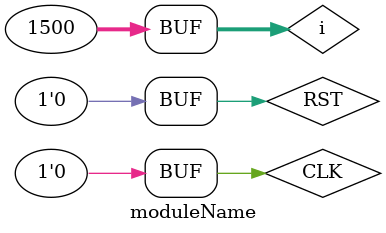
<source format=v>
module moduleName ();

reg CLK;
wire [31:0] OUT;
reg RST;
integer i;
SingleCpu SingleCpu1 (.CLK(CLK), .RST(RST), .OUT(OUT));

initial begin
    RST = 1;
    CLK = 0;
    #50;
    CLK = 1;
    #50
    RST = 0;
    CLK = 0;
    #50
    for(i=0; i<1500; i=i+1) begin
        CLK = 1;
        #50
        CLK = 0;
        #50;
    end


end


// always begin
//     #6 CLK=0;
//     #4 CLK=1;
// end

    
endmodule
</source>
